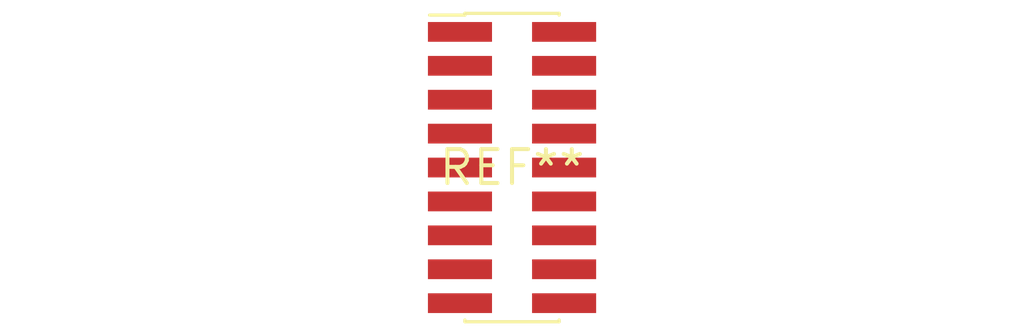
<source format=kicad_pcb>
(kicad_pcb (version 20240108) (generator pcbnew)
  (layers (0 "F.Cu" signal) (31 "B.Cu" signal) (34 "B.Paste" user) (35 "F.Paste" user) (36 "B.SilkS" user "B.Silkscreen") (37 "F.SilkS" user "F.Silkscreen") (38 "B.Mask" user) (39 "F.Mask" user) (44 "Edge.Cuts" user))
  (net 0 "")
  (footprint "PinHeader_2x09_P1.27mm_Vertical_SMD" (layer "F.Cu") (at 0 0)
    (property "Reference" "REF**")
    (property "Value" "PinHeader_2x09_P1.27mm_Vertical_SMD")
    (fp_line (start -3.09 -5.71) (end -1.765 -5.71) (layer "F.SilkS") (stroke (width 0.12)))
    (fp_line (start -1.765 -5.775) (end -1.765 -5.71) (layer "F.SilkS") (stroke (width 0.12)))
    (fp_line (start -1.765 -5.775) (end 1.765 -5.775) (layer "F.SilkS") (stroke (width 0.12)))
    (fp_line (start -1.765 5.71) (end -1.765 5.775) (layer "F.SilkS") (stroke (width 0.12)))
    (fp_line (start -1.765 5.775) (end 1.765 5.775) (layer "F.SilkS") (stroke (width 0.12)))
    (fp_line (start 1.765 -5.775) (end 1.765 -5.71) (layer "F.SilkS") (stroke (width 0.12)))
    (fp_line (start 1.765 5.71) (end 1.765 5.775) (layer "F.SilkS") (stroke (width 0.12)))
    (pad "1" smd rect (at -1.95 -5.08) (size 2.4 0.74) (layers "F.Cu" "F.Paste" "F.Mask"))
    (pad "2" smd rect (at 1.95 -5.08) (size 2.4 0.74) (layers "F.Cu" "F.Paste" "F.Mask"))
    (pad "3" smd rect (at -1.95 -3.81) (size 2.4 0.74) (layers "F.Cu" "F.Paste" "F.Mask"))
    (pad "4" smd rect (at 1.95 -3.81) (size 2.4 0.74) (layers "F.Cu" "F.Paste" "F.Mask"))
    (pad "5" smd rect (at -1.95 -2.54) (size 2.4 0.74) (layers "F.Cu" "F.Paste" "F.Mask"))
    (pad "6" smd rect (at 1.95 -2.54) (size 2.4 0.74) (layers "F.Cu" "F.Paste" "F.Mask"))
    (pad "7" smd rect (at -1.95 -1.27) (size 2.4 0.74) (layers "F.Cu" "F.Paste" "F.Mask"))
    (pad "8" smd rect (at 1.95 -1.27) (size 2.4 0.74) (layers "F.Cu" "F.Paste" "F.Mask"))
    (pad "9" smd rect (at -1.95 0) (size 2.4 0.74) (layers "F.Cu" "F.Paste" "F.Mask"))
    (pad "10" smd rect (at 1.95 0) (size 2.4 0.74) (layers "F.Cu" "F.Paste" "F.Mask"))
    (pad "11" smd rect (at -1.95 1.27) (size 2.4 0.74) (layers "F.Cu" "F.Paste" "F.Mask"))
    (pad "12" smd rect (at 1.95 1.27) (size 2.4 0.74) (layers "F.Cu" "F.Paste" "F.Mask"))
    (pad "13" smd rect (at -1.95 2.54) (size 2.4 0.74) (layers "F.Cu" "F.Paste" "F.Mask"))
    (pad "14" smd rect (at 1.95 2.54) (size 2.4 0.74) (layers "F.Cu" "F.Paste" "F.Mask"))
    (pad "15" smd rect (at -1.95 3.81) (size 2.4 0.74) (layers "F.Cu" "F.Paste" "F.Mask"))
    (pad "16" smd rect (at 1.95 3.81) (size 2.4 0.74) (layers "F.Cu" "F.Paste" "F.Mask"))
    (pad "17" smd rect (at -1.95 5.08) (size 2.4 0.74) (layers "F.Cu" "F.Paste" "F.Mask"))
    (pad "18" smd rect (at 1.95 5.08) (size 2.4 0.74) (layers "F.Cu" "F.Paste" "F.Mask"))
  )
)
</source>
